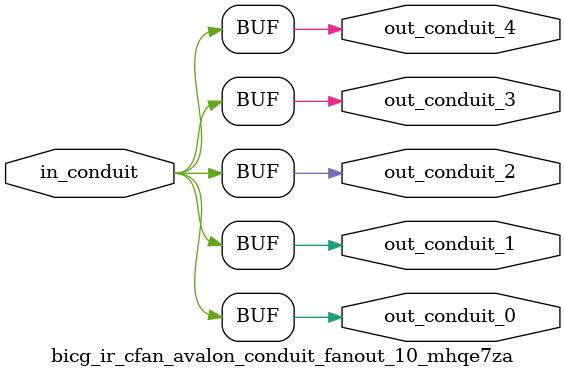
<source format=sv>


 


// --------------------------------------------------------------------------------
//| Avalon Conduit Fan-Out
// --------------------------------------------------------------------------------

// ------------------------------------------
// Generation parameters:
//   output_name:       bicg_ir_cfan_avalon_conduit_fanout_10_mhqe7za
//   numFanOut:         5
//   
// ------------------------------------------

module bicg_ir_cfan_avalon_conduit_fanout_10_mhqe7za (     

// Interface: out_conduit_0
 output                    out_conduit_0,
// Interface: out_conduit_1
 output                    out_conduit_1,
// Interface: out_conduit_2
 output                    out_conduit_2,
// Interface: out_conduit_3
 output                    out_conduit_3,
// Interface: out_conduit_4
 output                    out_conduit_4,

// Interface: in_conduit
 input                   in_conduit

);

   assign  out_conduit_0 = in_conduit;
   assign  out_conduit_1 = in_conduit;
   assign  out_conduit_2 = in_conduit;
   assign  out_conduit_3 = in_conduit;
   assign  out_conduit_4 = in_conduit;

endmodule //


</source>
